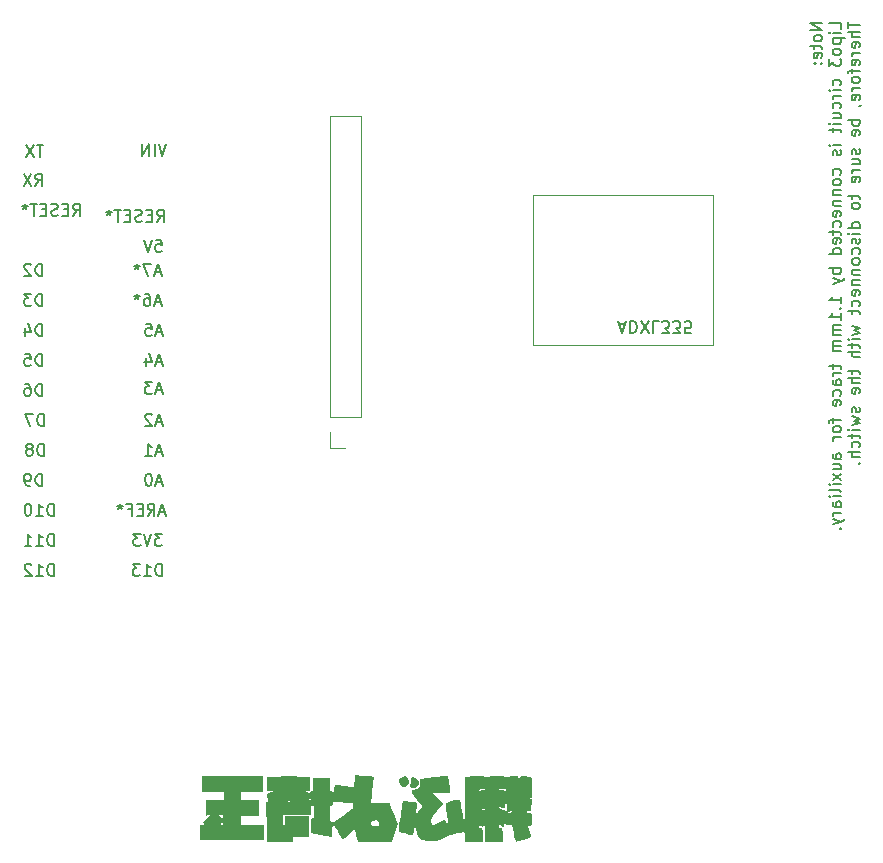
<source format=gbr>
%TF.GenerationSoftware,KiCad,Pcbnew,(6.0.5)*%
%TF.CreationDate,2022-08-04T01:21:20+09:00*%
%TF.ProjectId,sc11bbm,73633131-6262-46d2-9e6b-696361645f70,rev?*%
%TF.SameCoordinates,PXca2b5f1PY459e440*%
%TF.FileFunction,Legend,Bot*%
%TF.FilePolarity,Positive*%
%FSLAX46Y46*%
G04 Gerber Fmt 4.6, Leading zero omitted, Abs format (unit mm)*
G04 Created by KiCad (PCBNEW (6.0.5)) date 2022-08-04 01:21:20*
%MOMM*%
%LPD*%
G01*
G04 APERTURE LIST*
%ADD10C,0.150000*%
%ADD11C,0.120000*%
G04 APERTURE END LIST*
D10*
X-17646762Y13957620D02*
X-17980096Y12957620D01*
X-18313429Y13957620D01*
X-18646762Y12957620D02*
X-18646762Y13957620D01*
X-19122953Y12957620D02*
X-19122953Y13957620D01*
X-19694381Y12957620D01*
X-19694381Y13957620D01*
X20702380Y-1333333D02*
X21178571Y-1333333D01*
X20607142Y-1047619D02*
X20940476Y-2047619D01*
X21273809Y-1047619D01*
X21607142Y-1047619D02*
X21607142Y-2047619D01*
X21845238Y-2047619D01*
X21988095Y-2000000D01*
X22083333Y-1904761D01*
X22130952Y-1809523D01*
X22178571Y-1619047D01*
X22178571Y-1476190D01*
X22130952Y-1285714D01*
X22083333Y-1190476D01*
X21988095Y-1095238D01*
X21845238Y-1047619D01*
X21607142Y-1047619D01*
X22511904Y-2047619D02*
X23178571Y-1047619D01*
X23178571Y-2047619D02*
X22511904Y-1047619D01*
X24035714Y-1047619D02*
X23559523Y-1047619D01*
X23559523Y-2047619D01*
X24273809Y-2047619D02*
X24892857Y-2047619D01*
X24559523Y-1666666D01*
X24702380Y-1666666D01*
X24797619Y-1619047D01*
X24845238Y-1571428D01*
X24892857Y-1476190D01*
X24892857Y-1238095D01*
X24845238Y-1142857D01*
X24797619Y-1095238D01*
X24702380Y-1047619D01*
X24416666Y-1047619D01*
X24321428Y-1095238D01*
X24273809Y-1142857D01*
X25226190Y-2047619D02*
X25845238Y-2047619D01*
X25511904Y-1666666D01*
X25654761Y-1666666D01*
X25750000Y-1619047D01*
X25797619Y-1571428D01*
X25845238Y-1476190D01*
X25845238Y-1238095D01*
X25797619Y-1142857D01*
X25750000Y-1095238D01*
X25654761Y-1047619D01*
X25369047Y-1047619D01*
X25273809Y-1095238D01*
X25226190Y-1142857D01*
X26750000Y-2047619D02*
X26273809Y-2047619D01*
X26226190Y-1571428D01*
X26273809Y-1619047D01*
X26369047Y-1666666D01*
X26607142Y-1666666D01*
X26702380Y-1619047D01*
X26750000Y-1571428D01*
X26797619Y-1476190D01*
X26797619Y-1238095D01*
X26750000Y-1142857D01*
X26702380Y-1095238D01*
X26607142Y-1047619D01*
X26369047Y-1047619D01*
X26273809Y-1095238D01*
X26226190Y-1142857D01*
X-28052096Y13821620D02*
X-28623524Y13821620D01*
X-28337810Y12821620D02*
X-28337810Y13821620D01*
X-28861620Y13821620D02*
X-29528286Y12821620D01*
X-29528286Y13821620D02*
X-28861620Y12821620D01*
X-28163905Y-4822380D02*
X-28163905Y-3822380D01*
X-28402000Y-3822380D01*
X-28544858Y-3870000D01*
X-28640096Y-3965238D01*
X-28687715Y-4060476D01*
X-28735334Y-4250952D01*
X-28735334Y-4393809D01*
X-28687715Y-4584285D01*
X-28640096Y-4679523D01*
X-28544858Y-4774761D01*
X-28402000Y-4822380D01*
X-28163905Y-4822380D01*
X-29640096Y-3822380D02*
X-29163905Y-3822380D01*
X-29116286Y-4298571D01*
X-29163905Y-4250952D01*
X-29259143Y-4203333D01*
X-29497239Y-4203333D01*
X-29592477Y-4250952D01*
X-29640096Y-4298571D01*
X-29687715Y-4393809D01*
X-29687715Y-4631904D01*
X-29640096Y-4727142D01*
X-29592477Y-4774761D01*
X-29497239Y-4822380D01*
X-29259143Y-4822380D01*
X-29163905Y-4774761D01*
X-29116286Y-4727142D01*
X-28163905Y-2282380D02*
X-28163905Y-1282380D01*
X-28402000Y-1282380D01*
X-28544858Y-1330000D01*
X-28640096Y-1425238D01*
X-28687715Y-1520476D01*
X-28735334Y-1710952D01*
X-28735334Y-1853809D01*
X-28687715Y-2044285D01*
X-28640096Y-2139523D01*
X-28544858Y-2234761D01*
X-28402000Y-2282380D01*
X-28163905Y-2282380D01*
X-29592477Y-1615714D02*
X-29592477Y-2282380D01*
X-29354381Y-1234761D02*
X-29116286Y-1949047D01*
X-29735334Y-1949047D01*
X-27179715Y-20062380D02*
X-27179715Y-19062380D01*
X-27417810Y-19062380D01*
X-27560667Y-19110000D01*
X-27655905Y-19205238D01*
X-27703524Y-19300476D01*
X-27751143Y-19490952D01*
X-27751143Y-19633809D01*
X-27703524Y-19824285D01*
X-27655905Y-19919523D01*
X-27560667Y-20014761D01*
X-27417810Y-20062380D01*
X-27179715Y-20062380D01*
X-28703524Y-20062380D02*
X-28132096Y-20062380D01*
X-28417810Y-20062380D02*
X-28417810Y-19062380D01*
X-28322572Y-19205238D01*
X-28227334Y-19300476D01*
X-28132096Y-19348095D01*
X-29655905Y-20062380D02*
X-29084477Y-20062380D01*
X-29370191Y-20062380D02*
X-29370191Y-19062380D01*
X-29274953Y-19205238D01*
X-29179715Y-19300476D01*
X-29084477Y-19348095D01*
X-28163905Y-7362380D02*
X-28163905Y-6362380D01*
X-28402000Y-6362380D01*
X-28544858Y-6410000D01*
X-28640096Y-6505238D01*
X-28687715Y-6600476D01*
X-28735334Y-6790952D01*
X-28735334Y-6933809D01*
X-28687715Y-7124285D01*
X-28640096Y-7219523D01*
X-28544858Y-7314761D01*
X-28402000Y-7362380D01*
X-28163905Y-7362380D01*
X-29592477Y-6362380D02*
X-29402000Y-6362380D01*
X-29306762Y-6410000D01*
X-29259143Y-6457619D01*
X-29163905Y-6600476D01*
X-29116286Y-6790952D01*
X-29116286Y-7171904D01*
X-29163905Y-7267142D01*
X-29211524Y-7314761D01*
X-29306762Y-7362380D01*
X-29497239Y-7362380D01*
X-29592477Y-7314761D01*
X-29640096Y-7267142D01*
X-29687715Y-7171904D01*
X-29687715Y-6933809D01*
X-29640096Y-6838571D01*
X-29592477Y-6790952D01*
X-29497239Y-6743333D01*
X-29306762Y-6743333D01*
X-29211524Y-6790952D01*
X-29163905Y-6838571D01*
X-29116286Y-6933809D01*
X-18551524Y5829620D02*
X-18075334Y5829620D01*
X-18027715Y5353429D01*
X-18075334Y5401048D01*
X-18170572Y5448667D01*
X-18408667Y5448667D01*
X-18503905Y5401048D01*
X-18551524Y5353429D01*
X-18599143Y5258191D01*
X-18599143Y5020096D01*
X-18551524Y4924858D01*
X-18503905Y4877239D01*
X-18408667Y4829620D01*
X-18170572Y4829620D01*
X-18075334Y4877239D01*
X-18027715Y4924858D01*
X-18884858Y5829620D02*
X-19218191Y4829620D01*
X-19551524Y5829620D01*
X-18027715Y-12156666D02*
X-18503905Y-12156666D01*
X-17932477Y-12442380D02*
X-18265810Y-11442380D01*
X-18599143Y-12442380D01*
X-19456286Y-12442380D02*
X-18884858Y-12442380D01*
X-19170572Y-12442380D02*
X-19170572Y-11442380D01*
X-19075334Y-11585238D01*
X-18980096Y-11680476D01*
X-18884858Y-11728095D01*
X-18027715Y-14696666D02*
X-18503905Y-14696666D01*
X-17932477Y-14982380D02*
X-18265810Y-13982380D01*
X-18599143Y-14982380D01*
X-19122953Y-13982380D02*
X-19218191Y-13982380D01*
X-19313429Y-14030000D01*
X-19361048Y-14077619D01*
X-19408667Y-14172857D01*
X-19456286Y-14363333D01*
X-19456286Y-14601428D01*
X-19408667Y-14791904D01*
X-19361048Y-14887142D01*
X-19313429Y-14934761D01*
X-19218191Y-14982380D01*
X-19122953Y-14982380D01*
X-19027715Y-14934761D01*
X-18980096Y-14887142D01*
X-18932477Y-14791904D01*
X-18884858Y-14601428D01*
X-18884858Y-14363333D01*
X-18932477Y-14172857D01*
X-18980096Y-14077619D01*
X-19027715Y-14030000D01*
X-19122953Y-13982380D01*
X-18027715Y-9616666D02*
X-18503905Y-9616666D01*
X-17932477Y-9902380D02*
X-18265810Y-8902380D01*
X-18599143Y-9902380D01*
X-18884858Y-8997619D02*
X-18932477Y-8950000D01*
X-19027715Y-8902380D01*
X-19265810Y-8902380D01*
X-19361048Y-8950000D01*
X-19408667Y-8997619D01*
X-19456286Y-9092857D01*
X-19456286Y-9188095D01*
X-19408667Y-9330952D01*
X-18837239Y-9902380D01*
X-19456286Y-9902380D01*
X-25544667Y7877620D02*
X-25211334Y8353810D01*
X-24973239Y7877620D02*
X-24973239Y8877620D01*
X-25354191Y8877620D01*
X-25449429Y8830000D01*
X-25497048Y8782381D01*
X-25544667Y8687143D01*
X-25544667Y8544286D01*
X-25497048Y8449048D01*
X-25449429Y8401429D01*
X-25354191Y8353810D01*
X-24973239Y8353810D01*
X-25973239Y8401429D02*
X-26306572Y8401429D01*
X-26449429Y7877620D02*
X-25973239Y7877620D01*
X-25973239Y8877620D01*
X-26449429Y8877620D01*
X-26830381Y7925239D02*
X-26973239Y7877620D01*
X-27211334Y7877620D01*
X-27306572Y7925239D01*
X-27354191Y7972858D01*
X-27401810Y8068096D01*
X-27401810Y8163334D01*
X-27354191Y8258572D01*
X-27306572Y8306191D01*
X-27211334Y8353810D01*
X-27020858Y8401429D01*
X-26925620Y8449048D01*
X-26878000Y8496667D01*
X-26830381Y8591905D01*
X-26830381Y8687143D01*
X-26878000Y8782381D01*
X-26925620Y8830000D01*
X-27020858Y8877620D01*
X-27258953Y8877620D01*
X-27401810Y8830000D01*
X-27830381Y8401429D02*
X-28163715Y8401429D01*
X-28306572Y7877620D02*
X-27830381Y7877620D01*
X-27830381Y8877620D01*
X-28306572Y8877620D01*
X-28592286Y8877620D02*
X-29163715Y8877620D01*
X-28878000Y7877620D02*
X-28878000Y8877620D01*
X-29639905Y8877620D02*
X-29639905Y8639524D01*
X-29401810Y8734762D02*
X-29639905Y8639524D01*
X-29878000Y8734762D01*
X-29497048Y8449048D02*
X-29639905Y8639524D01*
X-29782762Y8449048D01*
X-18035715Y-22602380D02*
X-18035715Y-21602380D01*
X-18273810Y-21602380D01*
X-18416667Y-21650000D01*
X-18511905Y-21745238D01*
X-18559524Y-21840476D01*
X-18607143Y-22030952D01*
X-18607143Y-22173809D01*
X-18559524Y-22364285D01*
X-18511905Y-22459523D01*
X-18416667Y-22554761D01*
X-18273810Y-22602380D01*
X-18035715Y-22602380D01*
X-19559524Y-22602380D02*
X-18988096Y-22602380D01*
X-19273810Y-22602380D02*
X-19273810Y-21602380D01*
X-19178572Y-21745238D01*
X-19083334Y-21840476D01*
X-18988096Y-21888095D01*
X-19892858Y-21602380D02*
X-20511905Y-21602380D01*
X-20178572Y-21983333D01*
X-20321429Y-21983333D01*
X-20416667Y-22030952D01*
X-20464286Y-22078571D01*
X-20511905Y-22173809D01*
X-20511905Y-22411904D01*
X-20464286Y-22507142D01*
X-20416667Y-22554761D01*
X-20321429Y-22602380D01*
X-20035715Y-22602380D01*
X-19940477Y-22554761D01*
X-19892858Y-22507142D01*
X-18011905Y-19062380D02*
X-18630953Y-19062380D01*
X-18297620Y-19443333D01*
X-18440477Y-19443333D01*
X-18535715Y-19490952D01*
X-18583334Y-19538571D01*
X-18630953Y-19633809D01*
X-18630953Y-19871904D01*
X-18583334Y-19967142D01*
X-18535715Y-20014761D01*
X-18440477Y-20062380D01*
X-18154762Y-20062380D01*
X-18059524Y-20014761D01*
X-18011905Y-19967142D01*
X-18916667Y-19062380D02*
X-19250000Y-20062380D01*
X-19583334Y-19062380D01*
X-19821429Y-19062380D02*
X-20440477Y-19062380D01*
X-20107143Y-19443333D01*
X-20250000Y-19443333D01*
X-20345239Y-19490952D01*
X-20392858Y-19538571D01*
X-20440477Y-19633809D01*
X-20440477Y-19871904D01*
X-20392858Y-19967142D01*
X-20345239Y-20014761D01*
X-20250000Y-20062380D01*
X-19964286Y-20062380D01*
X-19869048Y-20014761D01*
X-19821429Y-19967142D01*
X37842380Y24164405D02*
X36842380Y24164405D01*
X37842380Y23592977D01*
X36842380Y23592977D01*
X37842380Y22973929D02*
X37794761Y23069167D01*
X37747142Y23116786D01*
X37651904Y23164405D01*
X37366190Y23164405D01*
X37270952Y23116786D01*
X37223333Y23069167D01*
X37175714Y22973929D01*
X37175714Y22831072D01*
X37223333Y22735834D01*
X37270952Y22688215D01*
X37366190Y22640596D01*
X37651904Y22640596D01*
X37747142Y22688215D01*
X37794761Y22735834D01*
X37842380Y22831072D01*
X37842380Y22973929D01*
X37175714Y22354881D02*
X37175714Y21973929D01*
X36842380Y22212024D02*
X37699523Y22212024D01*
X37794761Y22164405D01*
X37842380Y22069167D01*
X37842380Y21973929D01*
X37794761Y21259643D02*
X37842380Y21354881D01*
X37842380Y21545358D01*
X37794761Y21640596D01*
X37699523Y21688215D01*
X37318571Y21688215D01*
X37223333Y21640596D01*
X37175714Y21545358D01*
X37175714Y21354881D01*
X37223333Y21259643D01*
X37318571Y21212024D01*
X37413809Y21212024D01*
X37509047Y21688215D01*
X37747142Y20783453D02*
X37794761Y20735834D01*
X37842380Y20783453D01*
X37794761Y20831072D01*
X37747142Y20783453D01*
X37842380Y20783453D01*
X37223333Y20783453D02*
X37270952Y20735834D01*
X37318571Y20783453D01*
X37270952Y20831072D01*
X37223333Y20783453D01*
X37318571Y20783453D01*
X39452380Y23688215D02*
X39452380Y24164405D01*
X38452380Y24164405D01*
X39452380Y23354881D02*
X38785714Y23354881D01*
X38452380Y23354881D02*
X38500000Y23402500D01*
X38547619Y23354881D01*
X38500000Y23307262D01*
X38452380Y23354881D01*
X38547619Y23354881D01*
X38785714Y22878691D02*
X39785714Y22878691D01*
X38833333Y22878691D02*
X38785714Y22783453D01*
X38785714Y22592977D01*
X38833333Y22497739D01*
X38880952Y22450120D01*
X38976190Y22402500D01*
X39261904Y22402500D01*
X39357142Y22450120D01*
X39404761Y22497739D01*
X39452380Y22592977D01*
X39452380Y22783453D01*
X39404761Y22878691D01*
X39452380Y21831072D02*
X39404761Y21926310D01*
X39357142Y21973929D01*
X39261904Y22021548D01*
X38976190Y22021548D01*
X38880952Y21973929D01*
X38833333Y21926310D01*
X38785714Y21831072D01*
X38785714Y21688215D01*
X38833333Y21592977D01*
X38880952Y21545358D01*
X38976190Y21497739D01*
X39261904Y21497739D01*
X39357142Y21545358D01*
X39404761Y21592977D01*
X39452380Y21688215D01*
X39452380Y21831072D01*
X38452380Y21164405D02*
X38452380Y20545358D01*
X38833333Y20878691D01*
X38833333Y20735834D01*
X38880952Y20640596D01*
X38928571Y20592977D01*
X39023809Y20545358D01*
X39261904Y20545358D01*
X39357142Y20592977D01*
X39404761Y20640596D01*
X39452380Y20735834D01*
X39452380Y21021548D01*
X39404761Y21116786D01*
X39357142Y21164405D01*
X39404761Y18926310D02*
X39452380Y19021548D01*
X39452380Y19212024D01*
X39404761Y19307262D01*
X39357142Y19354881D01*
X39261904Y19402500D01*
X38976190Y19402500D01*
X38880952Y19354881D01*
X38833333Y19307262D01*
X38785714Y19212024D01*
X38785714Y19021548D01*
X38833333Y18926310D01*
X39452380Y18497739D02*
X38785714Y18497739D01*
X38452380Y18497739D02*
X38500000Y18545358D01*
X38547619Y18497739D01*
X38500000Y18450120D01*
X38452380Y18497739D01*
X38547619Y18497739D01*
X39452380Y18021548D02*
X38785714Y18021548D01*
X38976190Y18021548D02*
X38880952Y17973929D01*
X38833333Y17926310D01*
X38785714Y17831072D01*
X38785714Y17735834D01*
X39404761Y16973929D02*
X39452380Y17069167D01*
X39452380Y17259643D01*
X39404761Y17354881D01*
X39357142Y17402500D01*
X39261904Y17450120D01*
X38976190Y17450120D01*
X38880952Y17402500D01*
X38833333Y17354881D01*
X38785714Y17259643D01*
X38785714Y17069167D01*
X38833333Y16973929D01*
X38785714Y16116786D02*
X39452380Y16116786D01*
X38785714Y16545358D02*
X39309523Y16545358D01*
X39404761Y16497739D01*
X39452380Y16402500D01*
X39452380Y16259643D01*
X39404761Y16164405D01*
X39357142Y16116786D01*
X39452380Y15640596D02*
X38785714Y15640596D01*
X38452380Y15640596D02*
X38500000Y15688215D01*
X38547619Y15640596D01*
X38500000Y15592977D01*
X38452380Y15640596D01*
X38547619Y15640596D01*
X38785714Y15307262D02*
X38785714Y14926310D01*
X38452380Y15164405D02*
X39309523Y15164405D01*
X39404761Y15116786D01*
X39452380Y15021548D01*
X39452380Y14926310D01*
X39452380Y13831072D02*
X38785714Y13831072D01*
X38452380Y13831072D02*
X38500000Y13878691D01*
X38547619Y13831072D01*
X38500000Y13783453D01*
X38452380Y13831072D01*
X38547619Y13831072D01*
X39404761Y13402500D02*
X39452380Y13307262D01*
X39452380Y13116786D01*
X39404761Y13021548D01*
X39309523Y12973929D01*
X39261904Y12973929D01*
X39166666Y13021548D01*
X39119047Y13116786D01*
X39119047Y13259643D01*
X39071428Y13354881D01*
X38976190Y13402500D01*
X38928571Y13402500D01*
X38833333Y13354881D01*
X38785714Y13259643D01*
X38785714Y13116786D01*
X38833333Y13021548D01*
X39404761Y11354881D02*
X39452380Y11450120D01*
X39452380Y11640596D01*
X39404761Y11735834D01*
X39357142Y11783453D01*
X39261904Y11831072D01*
X38976190Y11831072D01*
X38880952Y11783453D01*
X38833333Y11735834D01*
X38785714Y11640596D01*
X38785714Y11450120D01*
X38833333Y11354881D01*
X39452380Y10783453D02*
X39404761Y10878691D01*
X39357142Y10926310D01*
X39261904Y10973929D01*
X38976190Y10973929D01*
X38880952Y10926310D01*
X38833333Y10878691D01*
X38785714Y10783453D01*
X38785714Y10640596D01*
X38833333Y10545358D01*
X38880952Y10497739D01*
X38976190Y10450120D01*
X39261904Y10450120D01*
X39357142Y10497739D01*
X39404761Y10545358D01*
X39452380Y10640596D01*
X39452380Y10783453D01*
X38785714Y10021548D02*
X39452380Y10021548D01*
X38880952Y10021548D02*
X38833333Y9973929D01*
X38785714Y9878691D01*
X38785714Y9735834D01*
X38833333Y9640596D01*
X38928571Y9592977D01*
X39452380Y9592977D01*
X38785714Y9116786D02*
X39452380Y9116786D01*
X38880952Y9116786D02*
X38833333Y9069167D01*
X38785714Y8973929D01*
X38785714Y8831072D01*
X38833333Y8735834D01*
X38928571Y8688215D01*
X39452380Y8688215D01*
X39404761Y7831072D02*
X39452380Y7926310D01*
X39452380Y8116786D01*
X39404761Y8212024D01*
X39309523Y8259643D01*
X38928571Y8259643D01*
X38833333Y8212024D01*
X38785714Y8116786D01*
X38785714Y7926310D01*
X38833333Y7831072D01*
X38928571Y7783453D01*
X39023809Y7783453D01*
X39119047Y8259643D01*
X39404761Y6926310D02*
X39452380Y7021548D01*
X39452380Y7212024D01*
X39404761Y7307262D01*
X39357142Y7354881D01*
X39261904Y7402500D01*
X38976190Y7402500D01*
X38880952Y7354881D01*
X38833333Y7307262D01*
X38785714Y7212024D01*
X38785714Y7021548D01*
X38833333Y6926310D01*
X38785714Y6640596D02*
X38785714Y6259643D01*
X38452380Y6497739D02*
X39309523Y6497739D01*
X39404761Y6450120D01*
X39452380Y6354881D01*
X39452380Y6259643D01*
X39404761Y5545358D02*
X39452380Y5640596D01*
X39452380Y5831072D01*
X39404761Y5926310D01*
X39309523Y5973929D01*
X38928571Y5973929D01*
X38833333Y5926310D01*
X38785714Y5831072D01*
X38785714Y5640596D01*
X38833333Y5545358D01*
X38928571Y5497739D01*
X39023809Y5497739D01*
X39119047Y5973929D01*
X39452380Y4640596D02*
X38452380Y4640596D01*
X39404761Y4640596D02*
X39452380Y4735834D01*
X39452380Y4926310D01*
X39404761Y5021548D01*
X39357142Y5069167D01*
X39261904Y5116786D01*
X38976190Y5116786D01*
X38880952Y5069167D01*
X38833333Y5021548D01*
X38785714Y4926310D01*
X38785714Y4735834D01*
X38833333Y4640596D01*
X39452380Y3402500D02*
X38452380Y3402500D01*
X38833333Y3402500D02*
X38785714Y3307262D01*
X38785714Y3116786D01*
X38833333Y3021548D01*
X38880952Y2973929D01*
X38976190Y2926310D01*
X39261904Y2926310D01*
X39357142Y2973929D01*
X39404761Y3021548D01*
X39452380Y3116786D01*
X39452380Y3307262D01*
X39404761Y3402500D01*
X38785714Y2592977D02*
X39452380Y2354881D01*
X38785714Y2116786D02*
X39452380Y2354881D01*
X39690476Y2450120D01*
X39738095Y2497739D01*
X39785714Y2592977D01*
X39452380Y450120D02*
X39452380Y1021548D01*
X39452380Y735834D02*
X38452380Y735834D01*
X38595238Y831072D01*
X38690476Y926310D01*
X38738095Y1021548D01*
X39357142Y21548D02*
X39404761Y-26071D01*
X39452380Y21548D01*
X39404761Y69167D01*
X39357142Y21548D01*
X39452380Y21548D01*
X39452380Y-978452D02*
X39452380Y-407023D01*
X39452380Y-692738D02*
X38452380Y-692738D01*
X38595238Y-597499D01*
X38690476Y-502261D01*
X38738095Y-407023D01*
X39452380Y-1407023D02*
X38785714Y-1407023D01*
X38880952Y-1407023D02*
X38833333Y-1454642D01*
X38785714Y-1549880D01*
X38785714Y-1692738D01*
X38833333Y-1787976D01*
X38928571Y-1835595D01*
X39452380Y-1835595D01*
X38928571Y-1835595D02*
X38833333Y-1883214D01*
X38785714Y-1978452D01*
X38785714Y-2121309D01*
X38833333Y-2216547D01*
X38928571Y-2264166D01*
X39452380Y-2264166D01*
X39452380Y-2740357D02*
X38785714Y-2740357D01*
X38880952Y-2740357D02*
X38833333Y-2787976D01*
X38785714Y-2883214D01*
X38785714Y-3026071D01*
X38833333Y-3121309D01*
X38928571Y-3168928D01*
X39452380Y-3168928D01*
X38928571Y-3168928D02*
X38833333Y-3216547D01*
X38785714Y-3311785D01*
X38785714Y-3454642D01*
X38833333Y-3549880D01*
X38928571Y-3597499D01*
X39452380Y-3597499D01*
X38785714Y-4692738D02*
X38785714Y-5073690D01*
X38452380Y-4835595D02*
X39309523Y-4835595D01*
X39404761Y-4883214D01*
X39452380Y-4978452D01*
X39452380Y-5073690D01*
X39452380Y-5407023D02*
X38785714Y-5407023D01*
X38976190Y-5407023D02*
X38880952Y-5454642D01*
X38833333Y-5502261D01*
X38785714Y-5597499D01*
X38785714Y-5692738D01*
X39452380Y-6454642D02*
X38928571Y-6454642D01*
X38833333Y-6407023D01*
X38785714Y-6311785D01*
X38785714Y-6121309D01*
X38833333Y-6026071D01*
X39404761Y-6454642D02*
X39452380Y-6359404D01*
X39452380Y-6121309D01*
X39404761Y-6026071D01*
X39309523Y-5978452D01*
X39214285Y-5978452D01*
X39119047Y-6026071D01*
X39071428Y-6121309D01*
X39071428Y-6359404D01*
X39023809Y-6454642D01*
X39404761Y-7359404D02*
X39452380Y-7264166D01*
X39452380Y-7073690D01*
X39404761Y-6978452D01*
X39357142Y-6930833D01*
X39261904Y-6883214D01*
X38976190Y-6883214D01*
X38880952Y-6930833D01*
X38833333Y-6978452D01*
X38785714Y-7073690D01*
X38785714Y-7264166D01*
X38833333Y-7359404D01*
X39404761Y-8168928D02*
X39452380Y-8073690D01*
X39452380Y-7883214D01*
X39404761Y-7787976D01*
X39309523Y-7740357D01*
X38928571Y-7740357D01*
X38833333Y-7787976D01*
X38785714Y-7883214D01*
X38785714Y-8073690D01*
X38833333Y-8168928D01*
X38928571Y-8216547D01*
X39023809Y-8216547D01*
X39119047Y-7740357D01*
X38785714Y-9264166D02*
X38785714Y-9645119D01*
X39452380Y-9407023D02*
X38595238Y-9407023D01*
X38500000Y-9454642D01*
X38452380Y-9549880D01*
X38452380Y-9645119D01*
X39452380Y-10121309D02*
X39404761Y-10026071D01*
X39357142Y-9978452D01*
X39261904Y-9930833D01*
X38976190Y-9930833D01*
X38880952Y-9978452D01*
X38833333Y-10026071D01*
X38785714Y-10121309D01*
X38785714Y-10264166D01*
X38833333Y-10359404D01*
X38880952Y-10407023D01*
X38976190Y-10454642D01*
X39261904Y-10454642D01*
X39357142Y-10407023D01*
X39404761Y-10359404D01*
X39452380Y-10264166D01*
X39452380Y-10121309D01*
X39452380Y-10883214D02*
X38785714Y-10883214D01*
X38976190Y-10883214D02*
X38880952Y-10930833D01*
X38833333Y-10978452D01*
X38785714Y-11073690D01*
X38785714Y-11168928D01*
X39452380Y-12692738D02*
X38928571Y-12692738D01*
X38833333Y-12645119D01*
X38785714Y-12549880D01*
X38785714Y-12359404D01*
X38833333Y-12264166D01*
X39404761Y-12692738D02*
X39452380Y-12597499D01*
X39452380Y-12359404D01*
X39404761Y-12264166D01*
X39309523Y-12216547D01*
X39214285Y-12216547D01*
X39119047Y-12264166D01*
X39071428Y-12359404D01*
X39071428Y-12597499D01*
X39023809Y-12692738D01*
X38785714Y-13597499D02*
X39452380Y-13597499D01*
X38785714Y-13168928D02*
X39309523Y-13168928D01*
X39404761Y-13216547D01*
X39452380Y-13311785D01*
X39452380Y-13454642D01*
X39404761Y-13549880D01*
X39357142Y-13597499D01*
X39452380Y-13978452D02*
X38785714Y-14502261D01*
X38785714Y-13978452D02*
X39452380Y-14502261D01*
X39452380Y-14883214D02*
X38785714Y-14883214D01*
X38452380Y-14883214D02*
X38500000Y-14835595D01*
X38547619Y-14883214D01*
X38500000Y-14930833D01*
X38452380Y-14883214D01*
X38547619Y-14883214D01*
X39452380Y-15502261D02*
X39404761Y-15407023D01*
X39309523Y-15359404D01*
X38452380Y-15359404D01*
X39452380Y-15883214D02*
X38785714Y-15883214D01*
X38452380Y-15883214D02*
X38500000Y-15835595D01*
X38547619Y-15883214D01*
X38500000Y-15930833D01*
X38452380Y-15883214D01*
X38547619Y-15883214D01*
X39452380Y-16787976D02*
X38928571Y-16787976D01*
X38833333Y-16740357D01*
X38785714Y-16645119D01*
X38785714Y-16454642D01*
X38833333Y-16359404D01*
X39404761Y-16787976D02*
X39452380Y-16692738D01*
X39452380Y-16454642D01*
X39404761Y-16359404D01*
X39309523Y-16311785D01*
X39214285Y-16311785D01*
X39119047Y-16359404D01*
X39071428Y-16454642D01*
X39071428Y-16692738D01*
X39023809Y-16787976D01*
X39452380Y-17264166D02*
X38785714Y-17264166D01*
X38976190Y-17264166D02*
X38880952Y-17311785D01*
X38833333Y-17359404D01*
X38785714Y-17454642D01*
X38785714Y-17549880D01*
X38785714Y-17787976D02*
X39452380Y-18026071D01*
X38785714Y-18264166D02*
X39452380Y-18026071D01*
X39690476Y-17930833D01*
X39738095Y-17883214D01*
X39785714Y-17787976D01*
X39357142Y-18645119D02*
X39404761Y-18692738D01*
X39452380Y-18645119D01*
X39404761Y-18597499D01*
X39357142Y-18645119D01*
X39452380Y-18645119D01*
X40062380Y24307262D02*
X40062380Y23735834D01*
X41062380Y24021548D02*
X40062380Y24021548D01*
X41062380Y23402500D02*
X40062380Y23402500D01*
X41062380Y22973929D02*
X40538571Y22973929D01*
X40443333Y23021548D01*
X40395714Y23116786D01*
X40395714Y23259643D01*
X40443333Y23354881D01*
X40490952Y23402500D01*
X41014761Y22116786D02*
X41062380Y22212024D01*
X41062380Y22402500D01*
X41014761Y22497739D01*
X40919523Y22545358D01*
X40538571Y22545358D01*
X40443333Y22497739D01*
X40395714Y22402500D01*
X40395714Y22212024D01*
X40443333Y22116786D01*
X40538571Y22069167D01*
X40633809Y22069167D01*
X40729047Y22545358D01*
X41062380Y21640596D02*
X40395714Y21640596D01*
X40586190Y21640596D02*
X40490952Y21592977D01*
X40443333Y21545358D01*
X40395714Y21450120D01*
X40395714Y21354881D01*
X41014761Y20640596D02*
X41062380Y20735834D01*
X41062380Y20926310D01*
X41014761Y21021548D01*
X40919523Y21069167D01*
X40538571Y21069167D01*
X40443333Y21021548D01*
X40395714Y20926310D01*
X40395714Y20735834D01*
X40443333Y20640596D01*
X40538571Y20592977D01*
X40633809Y20592977D01*
X40729047Y21069167D01*
X40395714Y20307262D02*
X40395714Y19926310D01*
X41062380Y20164405D02*
X40205238Y20164405D01*
X40110000Y20116786D01*
X40062380Y20021548D01*
X40062380Y19926310D01*
X41062380Y19450120D02*
X41014761Y19545358D01*
X40967142Y19592977D01*
X40871904Y19640596D01*
X40586190Y19640596D01*
X40490952Y19592977D01*
X40443333Y19545358D01*
X40395714Y19450120D01*
X40395714Y19307262D01*
X40443333Y19212024D01*
X40490952Y19164405D01*
X40586190Y19116786D01*
X40871904Y19116786D01*
X40967142Y19164405D01*
X41014761Y19212024D01*
X41062380Y19307262D01*
X41062380Y19450120D01*
X41062380Y18688215D02*
X40395714Y18688215D01*
X40586190Y18688215D02*
X40490952Y18640596D01*
X40443333Y18592977D01*
X40395714Y18497739D01*
X40395714Y18402500D01*
X41014761Y17688215D02*
X41062380Y17783453D01*
X41062380Y17973929D01*
X41014761Y18069167D01*
X40919523Y18116786D01*
X40538571Y18116786D01*
X40443333Y18069167D01*
X40395714Y17973929D01*
X40395714Y17783453D01*
X40443333Y17688215D01*
X40538571Y17640596D01*
X40633809Y17640596D01*
X40729047Y18116786D01*
X41014761Y17164405D02*
X41062380Y17164405D01*
X41157619Y17212024D01*
X41205238Y17259643D01*
X41062380Y15973929D02*
X40062380Y15973929D01*
X40443333Y15973929D02*
X40395714Y15878691D01*
X40395714Y15688215D01*
X40443333Y15592977D01*
X40490952Y15545358D01*
X40586190Y15497739D01*
X40871904Y15497739D01*
X40967142Y15545358D01*
X41014761Y15592977D01*
X41062380Y15688215D01*
X41062380Y15878691D01*
X41014761Y15973929D01*
X41014761Y14688215D02*
X41062380Y14783453D01*
X41062380Y14973929D01*
X41014761Y15069167D01*
X40919523Y15116786D01*
X40538571Y15116786D01*
X40443333Y15069167D01*
X40395714Y14973929D01*
X40395714Y14783453D01*
X40443333Y14688215D01*
X40538571Y14640596D01*
X40633809Y14640596D01*
X40729047Y15116786D01*
X41014761Y13497739D02*
X41062380Y13402500D01*
X41062380Y13212024D01*
X41014761Y13116786D01*
X40919523Y13069167D01*
X40871904Y13069167D01*
X40776666Y13116786D01*
X40729047Y13212024D01*
X40729047Y13354881D01*
X40681428Y13450120D01*
X40586190Y13497739D01*
X40538571Y13497739D01*
X40443333Y13450120D01*
X40395714Y13354881D01*
X40395714Y13212024D01*
X40443333Y13116786D01*
X40395714Y12212024D02*
X41062380Y12212024D01*
X40395714Y12640596D02*
X40919523Y12640596D01*
X41014761Y12592977D01*
X41062380Y12497739D01*
X41062380Y12354881D01*
X41014761Y12259643D01*
X40967142Y12212024D01*
X41062380Y11735834D02*
X40395714Y11735834D01*
X40586190Y11735834D02*
X40490952Y11688215D01*
X40443333Y11640596D01*
X40395714Y11545358D01*
X40395714Y11450120D01*
X41014761Y10735834D02*
X41062380Y10831072D01*
X41062380Y11021548D01*
X41014761Y11116786D01*
X40919523Y11164405D01*
X40538571Y11164405D01*
X40443333Y11116786D01*
X40395714Y11021548D01*
X40395714Y10831072D01*
X40443333Y10735834D01*
X40538571Y10688215D01*
X40633809Y10688215D01*
X40729047Y11164405D01*
X40395714Y9640596D02*
X40395714Y9259643D01*
X40062380Y9497739D02*
X40919523Y9497739D01*
X41014761Y9450120D01*
X41062380Y9354881D01*
X41062380Y9259643D01*
X41062380Y8783453D02*
X41014761Y8878691D01*
X40967142Y8926310D01*
X40871904Y8973929D01*
X40586190Y8973929D01*
X40490952Y8926310D01*
X40443333Y8878691D01*
X40395714Y8783453D01*
X40395714Y8640596D01*
X40443333Y8545358D01*
X40490952Y8497739D01*
X40586190Y8450120D01*
X40871904Y8450120D01*
X40967142Y8497739D01*
X41014761Y8545358D01*
X41062380Y8640596D01*
X41062380Y8783453D01*
X41062380Y6831072D02*
X40062380Y6831072D01*
X41014761Y6831072D02*
X41062380Y6926310D01*
X41062380Y7116786D01*
X41014761Y7212024D01*
X40967142Y7259643D01*
X40871904Y7307262D01*
X40586190Y7307262D01*
X40490952Y7259643D01*
X40443333Y7212024D01*
X40395714Y7116786D01*
X40395714Y6926310D01*
X40443333Y6831072D01*
X41062380Y6354881D02*
X40395714Y6354881D01*
X40062380Y6354881D02*
X40110000Y6402500D01*
X40157619Y6354881D01*
X40110000Y6307262D01*
X40062380Y6354881D01*
X40157619Y6354881D01*
X41014761Y5926310D02*
X41062380Y5831072D01*
X41062380Y5640596D01*
X41014761Y5545358D01*
X40919523Y5497739D01*
X40871904Y5497739D01*
X40776666Y5545358D01*
X40729047Y5640596D01*
X40729047Y5783453D01*
X40681428Y5878691D01*
X40586190Y5926310D01*
X40538571Y5926310D01*
X40443333Y5878691D01*
X40395714Y5783453D01*
X40395714Y5640596D01*
X40443333Y5545358D01*
X41014761Y4640596D02*
X41062380Y4735834D01*
X41062380Y4926310D01*
X41014761Y5021548D01*
X40967142Y5069167D01*
X40871904Y5116786D01*
X40586190Y5116786D01*
X40490952Y5069167D01*
X40443333Y5021548D01*
X40395714Y4926310D01*
X40395714Y4735834D01*
X40443333Y4640596D01*
X41062380Y4069167D02*
X41014761Y4164405D01*
X40967142Y4212024D01*
X40871904Y4259643D01*
X40586190Y4259643D01*
X40490952Y4212024D01*
X40443333Y4164405D01*
X40395714Y4069167D01*
X40395714Y3926310D01*
X40443333Y3831072D01*
X40490952Y3783453D01*
X40586190Y3735834D01*
X40871904Y3735834D01*
X40967142Y3783453D01*
X41014761Y3831072D01*
X41062380Y3926310D01*
X41062380Y4069167D01*
X40395714Y3307262D02*
X41062380Y3307262D01*
X40490952Y3307262D02*
X40443333Y3259643D01*
X40395714Y3164405D01*
X40395714Y3021548D01*
X40443333Y2926310D01*
X40538571Y2878691D01*
X41062380Y2878691D01*
X40395714Y2402500D02*
X41062380Y2402500D01*
X40490952Y2402500D02*
X40443333Y2354881D01*
X40395714Y2259643D01*
X40395714Y2116786D01*
X40443333Y2021548D01*
X40538571Y1973929D01*
X41062380Y1973929D01*
X41014761Y1116786D02*
X41062380Y1212024D01*
X41062380Y1402500D01*
X41014761Y1497739D01*
X40919523Y1545358D01*
X40538571Y1545358D01*
X40443333Y1497739D01*
X40395714Y1402500D01*
X40395714Y1212024D01*
X40443333Y1116786D01*
X40538571Y1069167D01*
X40633809Y1069167D01*
X40729047Y1545358D01*
X41014761Y212024D02*
X41062380Y307262D01*
X41062380Y497739D01*
X41014761Y592977D01*
X40967142Y640596D01*
X40871904Y688215D01*
X40586190Y688215D01*
X40490952Y640596D01*
X40443333Y592977D01*
X40395714Y497739D01*
X40395714Y307262D01*
X40443333Y212024D01*
X40395714Y-73690D02*
X40395714Y-454642D01*
X40062380Y-216547D02*
X40919523Y-216547D01*
X41014761Y-264166D01*
X41062380Y-359404D01*
X41062380Y-454642D01*
X40395714Y-1454642D02*
X41062380Y-1645119D01*
X40586190Y-1835595D01*
X41062380Y-2026071D01*
X40395714Y-2216547D01*
X41062380Y-2597499D02*
X40395714Y-2597499D01*
X40062380Y-2597499D02*
X40110000Y-2549880D01*
X40157619Y-2597499D01*
X40110000Y-2645119D01*
X40062380Y-2597499D01*
X40157619Y-2597499D01*
X40395714Y-2930833D02*
X40395714Y-3311785D01*
X40062380Y-3073690D02*
X40919523Y-3073690D01*
X41014761Y-3121309D01*
X41062380Y-3216547D01*
X41062380Y-3311785D01*
X41062380Y-3645119D02*
X40062380Y-3645119D01*
X41062380Y-4073690D02*
X40538571Y-4073690D01*
X40443333Y-4026071D01*
X40395714Y-3930833D01*
X40395714Y-3787976D01*
X40443333Y-3692738D01*
X40490952Y-3645119D01*
X40395714Y-5168928D02*
X40395714Y-5549880D01*
X40062380Y-5311785D02*
X40919523Y-5311785D01*
X41014761Y-5359404D01*
X41062380Y-5454642D01*
X41062380Y-5549880D01*
X41062380Y-5883214D02*
X40062380Y-5883214D01*
X41062380Y-6311785D02*
X40538571Y-6311785D01*
X40443333Y-6264166D01*
X40395714Y-6168928D01*
X40395714Y-6026071D01*
X40443333Y-5930833D01*
X40490952Y-5883214D01*
X41014761Y-7168928D02*
X41062380Y-7073690D01*
X41062380Y-6883214D01*
X41014761Y-6787976D01*
X40919523Y-6740357D01*
X40538571Y-6740357D01*
X40443333Y-6787976D01*
X40395714Y-6883214D01*
X40395714Y-7073690D01*
X40443333Y-7168928D01*
X40538571Y-7216547D01*
X40633809Y-7216547D01*
X40729047Y-6740357D01*
X41014761Y-8359404D02*
X41062380Y-8454642D01*
X41062380Y-8645119D01*
X41014761Y-8740357D01*
X40919523Y-8787976D01*
X40871904Y-8787976D01*
X40776666Y-8740357D01*
X40729047Y-8645119D01*
X40729047Y-8502261D01*
X40681428Y-8407023D01*
X40586190Y-8359404D01*
X40538571Y-8359404D01*
X40443333Y-8407023D01*
X40395714Y-8502261D01*
X40395714Y-8645119D01*
X40443333Y-8740357D01*
X40395714Y-9121309D02*
X41062380Y-9311785D01*
X40586190Y-9502261D01*
X41062380Y-9692738D01*
X40395714Y-9883214D01*
X41062380Y-10264166D02*
X40395714Y-10264166D01*
X40062380Y-10264166D02*
X40110000Y-10216547D01*
X40157619Y-10264166D01*
X40110000Y-10311785D01*
X40062380Y-10264166D01*
X40157619Y-10264166D01*
X40395714Y-10597499D02*
X40395714Y-10978452D01*
X40062380Y-10740357D02*
X40919523Y-10740357D01*
X41014761Y-10787976D01*
X41062380Y-10883214D01*
X41062380Y-10978452D01*
X41014761Y-11740357D02*
X41062380Y-11645119D01*
X41062380Y-11454642D01*
X41014761Y-11359404D01*
X40967142Y-11311785D01*
X40871904Y-11264166D01*
X40586190Y-11264166D01*
X40490952Y-11311785D01*
X40443333Y-11359404D01*
X40395714Y-11454642D01*
X40395714Y-11645119D01*
X40443333Y-11740357D01*
X41062380Y-12168928D02*
X40062380Y-12168928D01*
X41062380Y-12597499D02*
X40538571Y-12597499D01*
X40443333Y-12549880D01*
X40395714Y-12454642D01*
X40395714Y-12311785D01*
X40443333Y-12216547D01*
X40490952Y-12168928D01*
X40967142Y-13073690D02*
X41014761Y-13121309D01*
X41062380Y-13073690D01*
X41014761Y-13026071D01*
X40967142Y-13073690D01*
X41062380Y-13073690D01*
X-18154762Y543334D02*
X-18630953Y543334D01*
X-18059524Y257620D02*
X-18392858Y1257620D01*
X-18726191Y257620D01*
X-19488096Y1257620D02*
X-19297620Y1257620D01*
X-19202381Y1210000D01*
X-19154762Y1162381D01*
X-19059524Y1019524D01*
X-19011905Y829048D01*
X-19011905Y448096D01*
X-19059524Y352858D01*
X-19107143Y305239D01*
X-19202381Y257620D01*
X-19392858Y257620D01*
X-19488096Y305239D01*
X-19535715Y352858D01*
X-19583334Y448096D01*
X-19583334Y686191D01*
X-19535715Y781429D01*
X-19488096Y829048D01*
X-19392858Y876667D01*
X-19202381Y876667D01*
X-19107143Y829048D01*
X-19059524Y781429D01*
X-19011905Y686191D01*
X-20154762Y1257620D02*
X-20154762Y1019524D01*
X-19916667Y1114762D02*
X-20154762Y1019524D01*
X-20392858Y1114762D01*
X-20011905Y829048D02*
X-20154762Y1019524D01*
X-20297620Y829048D01*
X-28735334Y10417620D02*
X-28402000Y10893810D01*
X-28163905Y10417620D02*
X-28163905Y11417620D01*
X-28544858Y11417620D01*
X-28640096Y11370000D01*
X-28687715Y11322381D01*
X-28735334Y11227143D01*
X-28735334Y11084286D01*
X-28687715Y10989048D01*
X-28640096Y10941429D01*
X-28544858Y10893810D01*
X-28163905Y10893810D01*
X-29068667Y11417620D02*
X-29735334Y10417620D01*
X-29735334Y11417620D02*
X-29068667Y10417620D01*
X-28163905Y257620D02*
X-28163905Y1257620D01*
X-28402000Y1257620D01*
X-28544858Y1210000D01*
X-28640096Y1114762D01*
X-28687715Y1019524D01*
X-28735334Y829048D01*
X-28735334Y686191D01*
X-28687715Y495715D01*
X-28640096Y400477D01*
X-28544858Y305239D01*
X-28402000Y257620D01*
X-28163905Y257620D01*
X-29068667Y1257620D02*
X-29687715Y1257620D01*
X-29354381Y876667D01*
X-29497239Y876667D01*
X-29592477Y829048D01*
X-29640096Y781429D01*
X-29687715Y686191D01*
X-29687715Y448096D01*
X-29640096Y352858D01*
X-29592477Y305239D01*
X-29497239Y257620D01*
X-29211524Y257620D01*
X-29116286Y305239D01*
X-29068667Y352858D01*
X-18035715Y-6916666D02*
X-18511905Y-6916666D01*
X-17940477Y-7202380D02*
X-18273810Y-6202380D01*
X-18607143Y-7202380D01*
X-18845239Y-6202380D02*
X-19464286Y-6202380D01*
X-19130953Y-6583333D01*
X-19273810Y-6583333D01*
X-19369048Y-6630952D01*
X-19416667Y-6678571D01*
X-19464286Y-6773809D01*
X-19464286Y-7011904D01*
X-19416667Y-7107142D01*
X-19369048Y-7154761D01*
X-19273810Y-7202380D01*
X-18988096Y-7202380D01*
X-18892858Y-7154761D01*
X-18845239Y-7107142D01*
X-18027715Y-1996666D02*
X-18503905Y-1996666D01*
X-17932477Y-2282380D02*
X-18265810Y-1282380D01*
X-18599143Y-2282380D01*
X-19408667Y-1282380D02*
X-18932477Y-1282380D01*
X-18884858Y-1758571D01*
X-18932477Y-1710952D01*
X-19027715Y-1663333D01*
X-19265810Y-1663333D01*
X-19361048Y-1710952D01*
X-19408667Y-1758571D01*
X-19456286Y-1853809D01*
X-19456286Y-2091904D01*
X-19408667Y-2187142D01*
X-19361048Y-2234761D01*
X-19265810Y-2282380D01*
X-19027715Y-2282380D01*
X-18932477Y-2234761D01*
X-18884858Y-2187142D01*
X-28163905Y-14982380D02*
X-28163905Y-13982380D01*
X-28402000Y-13982380D01*
X-28544858Y-14030000D01*
X-28640096Y-14125238D01*
X-28687715Y-14220476D01*
X-28735334Y-14410952D01*
X-28735334Y-14553809D01*
X-28687715Y-14744285D01*
X-28640096Y-14839523D01*
X-28544858Y-14934761D01*
X-28402000Y-14982380D01*
X-28163905Y-14982380D01*
X-29211524Y-14982380D02*
X-29402000Y-14982380D01*
X-29497239Y-14934761D01*
X-29544858Y-14887142D01*
X-29640096Y-14744285D01*
X-29687715Y-14553809D01*
X-29687715Y-14172857D01*
X-29640096Y-14077619D01*
X-29592477Y-14030000D01*
X-29497239Y-13982380D01*
X-29306762Y-13982380D01*
X-29211524Y-14030000D01*
X-29163905Y-14077619D01*
X-29116286Y-14172857D01*
X-29116286Y-14410952D01*
X-29163905Y-14506190D01*
X-29211524Y-14553809D01*
X-29306762Y-14601428D01*
X-29497239Y-14601428D01*
X-29592477Y-14553809D01*
X-29640096Y-14506190D01*
X-29687715Y-14410952D01*
X-28163905Y2797620D02*
X-28163905Y3797620D01*
X-28402000Y3797620D01*
X-28544858Y3750000D01*
X-28640096Y3654762D01*
X-28687715Y3559524D01*
X-28735334Y3369048D01*
X-28735334Y3226191D01*
X-28687715Y3035715D01*
X-28640096Y2940477D01*
X-28544858Y2845239D01*
X-28402000Y2797620D01*
X-28163905Y2797620D01*
X-29116286Y3702381D02*
X-29163905Y3750000D01*
X-29259143Y3797620D01*
X-29497239Y3797620D01*
X-29592477Y3750000D01*
X-29640096Y3702381D01*
X-29687715Y3607143D01*
X-29687715Y3511905D01*
X-29640096Y3369048D01*
X-29068667Y2797620D01*
X-29687715Y2797620D01*
X-18027715Y-4536666D02*
X-18503905Y-4536666D01*
X-17932477Y-4822380D02*
X-18265810Y-3822380D01*
X-18599143Y-4822380D01*
X-19361048Y-4155714D02*
X-19361048Y-4822380D01*
X-19122953Y-3774761D02*
X-18884858Y-4489047D01*
X-19503905Y-4489047D01*
X-27179715Y-17522380D02*
X-27179715Y-16522380D01*
X-27417810Y-16522380D01*
X-27560667Y-16570000D01*
X-27655905Y-16665238D01*
X-27703524Y-16760476D01*
X-27751143Y-16950952D01*
X-27751143Y-17093809D01*
X-27703524Y-17284285D01*
X-27655905Y-17379523D01*
X-27560667Y-17474761D01*
X-27417810Y-17522380D01*
X-27179715Y-17522380D01*
X-28703524Y-17522380D02*
X-28132096Y-17522380D01*
X-28417810Y-17522380D02*
X-28417810Y-16522380D01*
X-28322572Y-16665238D01*
X-28227334Y-16760476D01*
X-28132096Y-16808095D01*
X-29322572Y-16522380D02*
X-29417810Y-16522380D01*
X-29513048Y-16570000D01*
X-29560667Y-16617619D01*
X-29608286Y-16712857D01*
X-29655905Y-16903333D01*
X-29655905Y-17141428D01*
X-29608286Y-17331904D01*
X-29560667Y-17427142D01*
X-29513048Y-17474761D01*
X-29417810Y-17522380D01*
X-29322572Y-17522380D01*
X-29227334Y-17474761D01*
X-29179715Y-17427142D01*
X-29132096Y-17331904D01*
X-29084477Y-17141428D01*
X-29084477Y-16903333D01*
X-29132096Y-16712857D01*
X-29179715Y-16617619D01*
X-29227334Y-16570000D01*
X-29322572Y-16522380D01*
X-17758000Y-17236666D02*
X-18234191Y-17236666D01*
X-17662762Y-17522380D02*
X-17996096Y-16522380D01*
X-18329429Y-17522380D01*
X-19234191Y-17522380D02*
X-18900858Y-17046190D01*
X-18662762Y-17522380D02*
X-18662762Y-16522380D01*
X-19043715Y-16522380D01*
X-19138953Y-16570000D01*
X-19186572Y-16617619D01*
X-19234191Y-16712857D01*
X-19234191Y-16855714D01*
X-19186572Y-16950952D01*
X-19138953Y-16998571D01*
X-19043715Y-17046190D01*
X-18662762Y-17046190D01*
X-19662762Y-16998571D02*
X-19996096Y-16998571D01*
X-20138953Y-17522380D02*
X-19662762Y-17522380D01*
X-19662762Y-16522380D01*
X-20138953Y-16522380D01*
X-20900858Y-16998571D02*
X-20567524Y-16998571D01*
X-20567524Y-17522380D02*
X-20567524Y-16522380D01*
X-21043715Y-16522380D01*
X-21567524Y-16522380D02*
X-21567524Y-16760476D01*
X-21329429Y-16665238D02*
X-21567524Y-16760476D01*
X-21805620Y-16665238D01*
X-21424667Y-16950952D02*
X-21567524Y-16760476D01*
X-21710381Y-16950952D01*
X-18154762Y3083334D02*
X-18630953Y3083334D01*
X-18059524Y2797620D02*
X-18392858Y3797620D01*
X-18726191Y2797620D01*
X-18964286Y3797620D02*
X-19630953Y3797620D01*
X-19202381Y2797620D01*
X-20154762Y3797620D02*
X-20154762Y3559524D01*
X-19916667Y3654762D02*
X-20154762Y3559524D01*
X-20392858Y3654762D01*
X-20011905Y3369048D02*
X-20154762Y3559524D01*
X-20297620Y3369048D01*
X-28011905Y-12442380D02*
X-28011905Y-11442380D01*
X-28250000Y-11442380D01*
X-28392858Y-11490000D01*
X-28488096Y-11585238D01*
X-28535715Y-11680476D01*
X-28583334Y-11870952D01*
X-28583334Y-12013809D01*
X-28535715Y-12204285D01*
X-28488096Y-12299523D01*
X-28392858Y-12394761D01*
X-28250000Y-12442380D01*
X-28011905Y-12442380D01*
X-29154762Y-11870952D02*
X-29059524Y-11823333D01*
X-29011905Y-11775714D01*
X-28964286Y-11680476D01*
X-28964286Y-11632857D01*
X-29011905Y-11537619D01*
X-29059524Y-11490000D01*
X-29154762Y-11442380D01*
X-29345239Y-11442380D01*
X-29440477Y-11490000D01*
X-29488096Y-11537619D01*
X-29535715Y-11632857D01*
X-29535715Y-11680476D01*
X-29488096Y-11775714D01*
X-29440477Y-11823333D01*
X-29345239Y-11870952D01*
X-29154762Y-11870952D01*
X-29059524Y-11918571D01*
X-29011905Y-11966190D01*
X-28964286Y-12061428D01*
X-28964286Y-12251904D01*
X-29011905Y-12347142D01*
X-29059524Y-12394761D01*
X-29154762Y-12442380D01*
X-29345239Y-12442380D01*
X-29440477Y-12394761D01*
X-29488096Y-12347142D01*
X-29535715Y-12251904D01*
X-29535715Y-12061428D01*
X-29488096Y-11966190D01*
X-29440477Y-11918571D01*
X-29345239Y-11870952D01*
X-18432667Y7369620D02*
X-18099334Y7845810D01*
X-17861239Y7369620D02*
X-17861239Y8369620D01*
X-18242191Y8369620D01*
X-18337429Y8322000D01*
X-18385048Y8274381D01*
X-18432667Y8179143D01*
X-18432667Y8036286D01*
X-18385048Y7941048D01*
X-18337429Y7893429D01*
X-18242191Y7845810D01*
X-17861239Y7845810D01*
X-18861239Y7893429D02*
X-19194572Y7893429D01*
X-19337429Y7369620D02*
X-18861239Y7369620D01*
X-18861239Y8369620D01*
X-19337429Y8369620D01*
X-19718381Y7417239D02*
X-19861239Y7369620D01*
X-20099334Y7369620D01*
X-20194572Y7417239D01*
X-20242191Y7464858D01*
X-20289810Y7560096D01*
X-20289810Y7655334D01*
X-20242191Y7750572D01*
X-20194572Y7798191D01*
X-20099334Y7845810D01*
X-19908858Y7893429D01*
X-19813620Y7941048D01*
X-19766000Y7988667D01*
X-19718381Y8083905D01*
X-19718381Y8179143D01*
X-19766000Y8274381D01*
X-19813620Y8322000D01*
X-19908858Y8369620D01*
X-20146953Y8369620D01*
X-20289810Y8322000D01*
X-20718381Y7893429D02*
X-21051715Y7893429D01*
X-21194572Y7369620D02*
X-20718381Y7369620D01*
X-20718381Y8369620D01*
X-21194572Y8369620D01*
X-21480286Y8369620D02*
X-22051715Y8369620D01*
X-21766000Y7369620D02*
X-21766000Y8369620D01*
X-22527905Y8369620D02*
X-22527905Y8131524D01*
X-22289810Y8226762D02*
X-22527905Y8131524D01*
X-22766000Y8226762D01*
X-22385048Y7941048D02*
X-22527905Y8131524D01*
X-22670762Y7941048D01*
X-28011905Y-9902380D02*
X-28011905Y-8902380D01*
X-28250000Y-8902380D01*
X-28392858Y-8950000D01*
X-28488096Y-9045238D01*
X-28535715Y-9140476D01*
X-28583334Y-9330952D01*
X-28583334Y-9473809D01*
X-28535715Y-9664285D01*
X-28488096Y-9759523D01*
X-28392858Y-9854761D01*
X-28250000Y-9902380D01*
X-28011905Y-9902380D01*
X-28916667Y-8902380D02*
X-29583334Y-8902380D01*
X-29154762Y-9902380D01*
X-27179715Y-22602380D02*
X-27179715Y-21602380D01*
X-27417810Y-21602380D01*
X-27560667Y-21650000D01*
X-27655905Y-21745238D01*
X-27703524Y-21840476D01*
X-27751143Y-22030952D01*
X-27751143Y-22173809D01*
X-27703524Y-22364285D01*
X-27655905Y-22459523D01*
X-27560667Y-22554761D01*
X-27417810Y-22602380D01*
X-27179715Y-22602380D01*
X-28703524Y-22602380D02*
X-28132096Y-22602380D01*
X-28417810Y-22602380D02*
X-28417810Y-21602380D01*
X-28322572Y-21745238D01*
X-28227334Y-21840476D01*
X-28132096Y-21888095D01*
X-29084477Y-21697619D02*
X-29132096Y-21650000D01*
X-29227334Y-21602380D01*
X-29465429Y-21602380D01*
X-29560667Y-21650000D01*
X-29608286Y-21697619D01*
X-29655905Y-21792857D01*
X-29655905Y-21888095D01*
X-29608286Y-22030952D01*
X-29036858Y-22602380D01*
X-29655905Y-22602380D01*
D11*
%TO.C,REF\u002A\u002A*%
X-3830001Y-9180000D02*
X-1170001Y-9180000D01*
X-3830001Y-10450000D02*
X-3830001Y-11780000D01*
X-3830001Y-11780000D02*
X-2500001Y-11780000D01*
X-3830001Y-9180000D02*
X-3830001Y16280000D01*
X-3830001Y16280000D02*
X-1170001Y16280000D01*
X-1170001Y-9180000D02*
X-1170001Y16280000D01*
%TO.C,G1*%
G36*
X13292113Y-41475028D02*
G01*
X13253421Y-42566666D01*
X13030261Y-42548945D01*
X13000867Y-42546933D01*
X12860929Y-42557804D01*
X12841931Y-42600000D01*
X12834902Y-42615611D01*
X12842755Y-42629604D01*
X12943951Y-42687010D01*
X13113671Y-42721016D01*
X13216720Y-42733190D01*
X13319993Y-42772048D01*
X13325741Y-42843135D01*
X13307794Y-42938358D01*
X13292659Y-43132623D01*
X13286842Y-43372119D01*
X13286783Y-43425959D01*
X13281853Y-43635017D01*
X13260727Y-43746859D01*
X13211863Y-43791760D01*
X13123719Y-43800000D01*
X12960595Y-43800000D01*
X13120828Y-44269865D01*
X13155652Y-44369586D01*
X13216630Y-44547966D01*
X13235691Y-44667343D01*
X13196095Y-44748639D01*
X13081100Y-44812771D01*
X12873964Y-44880660D01*
X12557945Y-44973226D01*
X12500790Y-44990121D01*
X12258962Y-45059100D01*
X12071800Y-45108586D01*
X11975881Y-45128801D01*
X11968547Y-45127158D01*
X11921293Y-45047283D01*
X11869810Y-44867791D01*
X11822481Y-44616666D01*
X11777645Y-44321340D01*
X11734495Y-44056081D01*
X11695691Y-43885114D01*
X11650864Y-43787897D01*
X11589641Y-43743889D01*
X11501654Y-43732548D01*
X11376531Y-43733333D01*
X11246527Y-43731965D01*
X11129340Y-43710431D01*
X11083855Y-43637907D01*
X11072271Y-43483333D01*
X11066709Y-43364333D01*
X11056035Y-43320586D01*
X11034676Y-43390698D01*
X10996028Y-43583333D01*
X10952126Y-43780096D01*
X10899943Y-43902809D01*
X10835776Y-43916280D01*
X10746842Y-43833333D01*
X10744112Y-43830086D01*
X10623081Y-43743271D01*
X10521873Y-43757084D01*
X10479474Y-43866666D01*
X10515541Y-43968750D01*
X10646579Y-44000000D01*
X10726859Y-44005056D01*
X10776522Y-44037853D01*
X10802357Y-44124788D01*
X10812150Y-44292260D01*
X10813684Y-44566666D01*
X10813684Y-45133333D01*
X9343158Y-45133333D01*
X9337129Y-44283333D01*
X9333555Y-43983990D01*
X9325726Y-43743526D01*
X9312823Y-43616026D01*
X9293614Y-43590467D01*
X9266864Y-43655822D01*
X9261130Y-43674755D01*
X9194402Y-43811715D01*
X9122497Y-43845551D01*
X8956274Y-43779364D01*
X8853060Y-43751935D01*
X8814313Y-43778189D01*
X8808421Y-43859534D01*
X8808431Y-43862336D01*
X8845661Y-43969870D01*
X8975526Y-44000000D01*
X9055807Y-44005056D01*
X9105469Y-44037853D01*
X9131305Y-44124788D01*
X9141097Y-44292260D01*
X9142631Y-44566666D01*
X9142631Y-45133333D01*
X7672105Y-45133333D01*
X7672105Y-44733333D01*
X7672008Y-44557339D01*
X7657558Y-44427721D01*
X7605124Y-44359139D01*
X7491031Y-44340403D01*
X7291605Y-44360321D01*
X6983169Y-44407704D01*
X6788787Y-44445384D01*
X6358172Y-44579339D01*
X5867471Y-44797477D01*
X5232368Y-45112878D01*
X4597368Y-45054045D01*
X4440228Y-45038933D01*
X4179047Y-45011149D01*
X3984036Y-44986899D01*
X3888704Y-44970149D01*
X3868178Y-44952446D01*
X3795417Y-44836433D01*
X3697453Y-44638803D01*
X3589556Y-44389210D01*
X3364071Y-43833333D01*
X3311068Y-44195671D01*
X3288168Y-44343616D01*
X3259187Y-44505338D01*
X3240902Y-44575127D01*
X3238216Y-44576367D01*
X3153721Y-44567002D01*
X2981032Y-44531071D01*
X2755715Y-44477620D01*
X2513334Y-44415696D01*
X2289456Y-44354344D01*
X2119647Y-44302610D01*
X2039471Y-44269542D01*
X2034421Y-44253576D01*
X2035619Y-44131907D01*
X2054032Y-43913760D01*
X2086140Y-43624234D01*
X2128425Y-43288423D01*
X2177368Y-42931423D01*
X2229450Y-42578329D01*
X2281153Y-42254238D01*
X2328956Y-41984246D01*
X2369343Y-41793447D01*
X2398792Y-41706938D01*
X2407954Y-41701492D01*
X2515785Y-41692801D01*
X2708046Y-41703003D01*
X2946908Y-41727656D01*
X3194539Y-41762317D01*
X3413108Y-41802541D01*
X3564784Y-41843885D01*
X3576084Y-41849829D01*
X3605438Y-41915811D01*
X3597398Y-42062658D01*
X3551293Y-42313743D01*
X3551104Y-42314643D01*
X3507618Y-42538646D01*
X3482241Y-42703982D01*
X3480462Y-42774913D01*
X3481401Y-42775508D01*
X3531781Y-42733631D01*
X3630475Y-42617730D01*
X3751854Y-42461740D01*
X3870287Y-42299598D01*
X3960142Y-42165240D01*
X3995789Y-42092601D01*
X3979904Y-42063077D01*
X3892815Y-41949359D01*
X3746805Y-41775196D01*
X3561316Y-41564232D01*
X3334648Y-41294477D01*
X3170147Y-41046616D01*
X3114898Y-40871520D01*
X3168463Y-40767617D01*
X3330407Y-40733333D01*
X3489023Y-40703663D01*
X3706158Y-40561598D01*
X3803948Y-40447346D01*
X3853419Y-40307762D01*
X3846190Y-40105326D01*
X3814034Y-39820790D01*
X4984011Y-39675551D01*
X5316565Y-39635272D01*
X5654448Y-39596698D01*
X5924706Y-39568466D01*
X6105687Y-39552819D01*
X6175737Y-39552003D01*
X6183984Y-39581419D01*
X6209671Y-39715013D01*
X6246122Y-39925866D01*
X6287973Y-40180472D01*
X6329860Y-40445319D01*
X6366421Y-40686901D01*
X6392290Y-40871706D01*
X6402105Y-40966227D01*
X6352022Y-40978330D01*
X6192879Y-40989567D01*
X5950610Y-40997191D01*
X5651924Y-41000000D01*
X4901743Y-41000000D01*
X5794937Y-41900000D01*
X5261753Y-42533333D01*
X5114988Y-42708666D01*
X4939192Y-42926653D01*
X4829909Y-43081540D01*
X4773956Y-43196516D01*
X4758148Y-43294770D01*
X4769300Y-43399492D01*
X4781019Y-43462833D01*
X4829730Y-43635630D01*
X4903766Y-43720828D01*
X5023663Y-43720499D01*
X5209955Y-43636716D01*
X5483177Y-43471553D01*
X5510412Y-43454416D01*
X5713553Y-43335354D01*
X5869298Y-43258747D01*
X5945824Y-43240491D01*
X5977226Y-43286796D01*
X6039874Y-43431742D01*
X6110569Y-43634796D01*
X6162786Y-43790858D01*
X6217564Y-43931059D01*
X6247408Y-43976513D01*
X6249174Y-43956686D01*
X6240167Y-43829626D01*
X6216528Y-43605631D01*
X6180836Y-43308155D01*
X6135672Y-42960655D01*
X6113011Y-42791096D01*
X6069105Y-42456068D01*
X6033786Y-42177694D01*
X6010210Y-41981127D01*
X6001532Y-41891519D01*
X6004493Y-41882001D01*
X6088075Y-41827561D01*
X6260207Y-41762631D01*
X6485187Y-41696122D01*
X6727315Y-41636945D01*
X6950888Y-41594010D01*
X7120207Y-41576227D01*
X7199568Y-41592507D01*
X7221908Y-41672656D01*
X7261387Y-41863696D01*
X7313543Y-42143104D01*
X7374279Y-42488907D01*
X7439498Y-42879129D01*
X7638684Y-44100000D01*
X7650207Y-42631480D01*
X11252197Y-42631480D01*
X11264765Y-42653745D01*
X11398553Y-42661980D01*
X11415284Y-42662144D01*
X11557440Y-42644087D01*
X11615789Y-42600000D01*
X11601699Y-42561448D01*
X11499924Y-42543110D01*
X11315000Y-42600000D01*
X11252197Y-42631480D01*
X7650207Y-42631480D01*
X7653192Y-42251094D01*
X8881198Y-42251094D01*
X8912210Y-42308759D01*
X9045513Y-42389298D01*
X9109428Y-42417280D01*
X9256643Y-42459738D01*
X9323731Y-42418100D01*
X9335404Y-42283333D01*
X9334696Y-42268560D01*
X9325084Y-42207755D01*
X10490935Y-42207755D01*
X10516237Y-42257805D01*
X10554988Y-42282740D01*
X10556299Y-42283333D01*
X10699941Y-42348323D01*
X10897237Y-42420425D01*
X11214737Y-42525240D01*
X11214737Y-42000177D01*
X11215753Y-41774432D01*
X11225037Y-41600883D01*
X11252194Y-41507868D01*
X11306830Y-41466529D01*
X11398553Y-41448008D01*
X11511821Y-41430385D01*
X11512924Y-41424144D01*
X11383580Y-41427118D01*
X11331792Y-41429825D01*
X11229636Y-41458906D01*
X11172607Y-41547989D01*
X11130771Y-41733333D01*
X11102956Y-41888542D01*
X11059888Y-42112676D01*
X11021925Y-42239678D01*
X10974932Y-42291957D01*
X10904776Y-42291923D01*
X10797319Y-42261985D01*
X10795995Y-42261607D01*
X10583230Y-42209008D01*
X10490935Y-42207755D01*
X9325084Y-42207755D01*
X9320596Y-42179361D01*
X9297082Y-42216666D01*
X9288358Y-42249811D01*
X9258069Y-42317159D01*
X9192594Y-42320219D01*
X9046720Y-42268316D01*
X8952236Y-42240655D01*
X8881198Y-42251094D01*
X7653192Y-42251094D01*
X7656273Y-41858527D01*
X7673863Y-39617054D01*
X8424958Y-39584244D01*
X8692081Y-39574523D01*
X8955176Y-39569459D01*
X9142897Y-39571113D01*
X9226184Y-39579651D01*
X9232566Y-39587543D01*
X9254837Y-39691411D01*
X9270437Y-39885970D01*
X9276316Y-40137267D01*
X9276316Y-40666666D01*
X9042368Y-40666666D01*
X8993311Y-40666911D01*
X8866279Y-40683032D01*
X8818694Y-40753082D01*
X8814449Y-40916666D01*
X8820478Y-41166666D01*
X8884339Y-40945627D01*
X8912031Y-40866666D01*
X10479474Y-40866666D01*
X10479476Y-40868819D01*
X10489410Y-41008625D01*
X10512895Y-41066666D01*
X10535302Y-41021423D01*
X10546316Y-40892430D01*
X10548233Y-40822778D01*
X10575319Y-40755154D01*
X10663091Y-40740382D01*
X10847105Y-40763181D01*
X11147895Y-40808169D01*
X11147895Y-40542973D01*
X11149143Y-40487432D01*
X11168913Y-40329805D01*
X11205098Y-40255555D01*
X11216816Y-40241300D01*
X11217940Y-40135451D01*
X11178686Y-39966666D01*
X11095070Y-39700000D01*
X11088061Y-40183333D01*
X11081053Y-40666666D01*
X10780263Y-40666666D01*
X10666787Y-40667797D01*
X10538538Y-40685434D01*
X10488193Y-40743683D01*
X10479474Y-40866666D01*
X8912031Y-40866666D01*
X8924911Y-40829939D01*
X8998915Y-40750899D01*
X9128968Y-40745627D01*
X9309737Y-40766666D01*
X9328931Y-40191461D01*
X9348125Y-39616257D01*
X10164457Y-39584710D01*
X10171113Y-39584455D01*
X10492158Y-39577246D01*
X10766550Y-39580429D01*
X10965348Y-39593053D01*
X11059615Y-39614165D01*
X11103834Y-39631566D01*
X11272616Y-39637099D01*
X11523076Y-39604250D01*
X11575859Y-39594542D01*
X11841439Y-39549985D01*
X12007796Y-39541087D01*
X12102571Y-39576680D01*
X12153408Y-39665596D01*
X12187951Y-39816666D01*
X12242462Y-40100000D01*
X12268102Y-39866666D01*
X12270708Y-39844732D01*
X12303631Y-39677737D01*
X12344888Y-39580901D01*
X12348481Y-39578101D01*
X12446747Y-39565206D01*
X12635065Y-39575647D01*
X12876185Y-39607556D01*
X12969360Y-39623136D01*
X13178190Y-39663688D01*
X13287598Y-39702692D01*
X13322502Y-39752798D01*
X13307821Y-39826655D01*
X13293837Y-39904797D01*
X13280563Y-40102687D01*
X13279918Y-40135451D01*
X13275229Y-40373775D01*
X13279004Y-40683333D01*
X13298701Y-41400000D01*
X13042114Y-41411206D01*
X12785526Y-41422413D01*
X12802192Y-41424144D01*
X13038820Y-41448721D01*
X13292113Y-41475028D01*
G37*
G36*
X2705492Y-39661467D02*
G01*
X2843769Y-39790409D01*
X2913045Y-39967855D01*
X2892734Y-40169165D01*
X2762249Y-40369696D01*
X2730393Y-40400585D01*
X2569675Y-40511789D01*
X2418288Y-40509295D01*
X2233488Y-40395161D01*
X2122557Y-40270605D01*
X2053646Y-40066518D01*
X2080848Y-39862827D01*
X2205925Y-39703780D01*
X2304277Y-39647661D01*
X2518799Y-39605671D01*
X2705492Y-39661467D01*
G37*
G36*
X-9372632Y-43733333D02*
G01*
X-9372632Y-45000000D01*
X-14786842Y-45000000D01*
X-14786842Y-43733333D01*
X-14571902Y-43733333D01*
X-14430740Y-43727815D01*
X-14418716Y-43713330D01*
X-13078920Y-43713330D01*
X-12984457Y-43733333D01*
X-12932031Y-43728380D01*
X-12865874Y-43669883D01*
X-12849445Y-43516666D01*
X-12855355Y-43402759D01*
X-12882556Y-43366125D01*
X-12944217Y-43435272D01*
X-13053538Y-43616666D01*
X-13062015Y-43631871D01*
X-13078920Y-43713330D01*
X-14418716Y-43713330D01*
X-14404641Y-43696373D01*
X-14475041Y-43616666D01*
X-14503470Y-43587224D01*
X-14538524Y-43525259D01*
X-14515545Y-43454205D01*
X-14420337Y-43347828D01*
X-14238706Y-43179894D01*
X-14116399Y-43068972D01*
X-13992176Y-42950336D01*
X-13953818Y-42894097D01*
X-13960368Y-42892332D01*
X-13182632Y-42892332D01*
X-13133854Y-42942287D01*
X-13015526Y-43027202D01*
X-12907955Y-43092440D01*
X-12857283Y-43090326D01*
X-12848421Y-43001536D01*
X-12884765Y-42897653D01*
X-13015526Y-42866666D01*
X-13125253Y-42873015D01*
X-13182632Y-42892332D01*
X-13960368Y-42892332D01*
X-13993079Y-42883517D01*
X-14101711Y-42901858D01*
X-14318947Y-42943927D01*
X-14318947Y-41600000D01*
X-12781579Y-41600000D01*
X-12781579Y-40933333D01*
X-14653158Y-40933333D01*
X-14653158Y-39600000D01*
X-9506316Y-39600000D01*
X-9506316Y-40933333D01*
X-11311053Y-40933333D01*
X-11311053Y-41600000D01*
X-9840526Y-41600000D01*
X-9840526Y-42933333D01*
X-11311053Y-42933333D01*
X-11311053Y-43733333D01*
X-9372632Y-43733333D01*
G37*
G36*
X1698303Y-44387570D02*
G01*
X1427707Y-45133333D01*
X-1464370Y-45133333D01*
X-1584742Y-44561241D01*
X-1705115Y-43989150D01*
X-2194813Y-44474302D01*
X-2348984Y-44622428D01*
X-2533193Y-44785673D01*
X-2667878Y-44888323D01*
X-2731395Y-44912694D01*
X-2770217Y-44858531D01*
X-2866073Y-44708947D01*
X-3000639Y-44491124D01*
X-3158007Y-44230503D01*
X-3537736Y-43595072D01*
X-3583693Y-44144693D01*
X-3591303Y-44233656D01*
X-3613496Y-44471034D01*
X-3632075Y-44639172D01*
X-3643641Y-44706226D01*
X-3649481Y-44706569D01*
X-3746740Y-44693099D01*
X-3944399Y-44659425D01*
X-4218052Y-44609826D01*
X-4543290Y-44548577D01*
X-5428947Y-44379016D01*
X-5428947Y-43756174D01*
X-5427323Y-43488032D01*
X-5418500Y-43295455D01*
X-5397116Y-43188767D01*
X-5357821Y-43143036D01*
X-5295263Y-43133333D01*
X-5260016Y-43131370D01*
X-5206866Y-43104594D01*
X-5177225Y-43024987D01*
X-5164370Y-42865729D01*
X-5161579Y-42600000D01*
X-5162071Y-42459382D01*
X-5168783Y-42247339D01*
X-5188737Y-42129085D01*
X-5228656Y-42077801D01*
X-5295263Y-42066666D01*
X-5354474Y-42074020D01*
X-5402642Y-42122540D01*
X-5424070Y-42243258D01*
X-5428947Y-42466666D01*
X-5428947Y-42866666D01*
X-7768421Y-42866666D01*
X-7768421Y-43403934D01*
X-7768394Y-43423576D01*
X-7759911Y-43698793D01*
X-7737197Y-43860885D01*
X-7701579Y-43900000D01*
X-7700436Y-43899228D01*
X-7675133Y-43833333D01*
X-6698947Y-43833333D01*
X-6665526Y-43866666D01*
X-6632105Y-43833333D01*
X-6665526Y-43800000D01*
X-6698947Y-43833333D01*
X-7675133Y-43833333D01*
X-7667296Y-43812925D01*
X-7643716Y-43632541D01*
X-7634737Y-43396065D01*
X-7634737Y-42933333D01*
X-5562632Y-42933333D01*
X-5562632Y-44733333D01*
X-6899474Y-44733333D01*
X-6899474Y-45133333D01*
X-9105263Y-45133333D01*
X-9105263Y-44033333D01*
X-9105632Y-43892000D01*
X-9111910Y-43487645D01*
X-9125488Y-43186388D01*
X-9145757Y-42998270D01*
X-9172105Y-42933333D01*
X-9183162Y-42926687D01*
X-9212529Y-42825908D01*
X-9231936Y-42620828D01*
X-9238947Y-42333333D01*
X-9237787Y-42111404D01*
X-9229755Y-41908082D01*
X-9209308Y-41794148D01*
X-9170983Y-41744324D01*
X-9109320Y-41733333D01*
X-9054118Y-41730626D01*
X-9014033Y-41701068D01*
X-9014400Y-41698006D01*
X-7401800Y-41698006D01*
X-7376936Y-41722906D01*
X-7233684Y-41729278D01*
X-7113402Y-41725793D01*
X-7080460Y-41713298D01*
X-5597341Y-41713298D01*
X-5531562Y-41733333D01*
X-5462535Y-41698794D01*
X-5428947Y-41555555D01*
X-5429296Y-41508000D01*
X-5439986Y-41418126D01*
X-5477088Y-41442119D01*
X-5555929Y-41583333D01*
X-5579112Y-41630027D01*
X-5595770Y-41706121D01*
X-5597341Y-41713298D01*
X-7080460Y-41713298D01*
X-7061539Y-41706121D01*
X-7116711Y-41661326D01*
X-7189064Y-41631827D01*
X-7350658Y-41661326D01*
X-7401800Y-41698006D01*
X-9014400Y-41698006D01*
X-9024734Y-41611715D01*
X-9083417Y-41429720D01*
X-9114739Y-41328061D01*
X-9148287Y-41164588D01*
X-9141057Y-41079720D01*
X-9110646Y-41061288D01*
X-8975807Y-41011396D01*
X-8782619Y-40957919D01*
X-8470263Y-40882505D01*
X-8787763Y-40874586D01*
X-9105263Y-40866666D01*
X-9105263Y-39666666D01*
X-8537105Y-39666666D01*
X-8463879Y-39666212D01*
X-8204603Y-39655457D01*
X-8031783Y-39632466D01*
X-7968947Y-39600000D01*
X-7950115Y-39582662D01*
X-7822070Y-39556404D01*
X-7588361Y-39539387D01*
X-7267105Y-39533333D01*
X-7084583Y-39535122D01*
X-6808149Y-39547284D01*
X-6629004Y-39569484D01*
X-6565263Y-39600000D01*
X-6563481Y-39605963D01*
X-6481432Y-39637583D01*
X-6295341Y-39658869D01*
X-6030526Y-39666666D01*
X-5495790Y-39666666D01*
X-5495790Y-40866666D01*
X-5707456Y-40866666D01*
X-5805497Y-40868968D01*
X-5883361Y-40884617D01*
X-5829940Y-40913894D01*
X-5646184Y-40955423D01*
X-5580250Y-40966331D01*
X-5461944Y-40962002D01*
X-5428947Y-40898333D01*
X-5406450Y-40842697D01*
X-5301584Y-40800000D01*
X-5265203Y-40797757D01*
X-5217753Y-40770572D01*
X-5195914Y-40690826D01*
X-5195137Y-40531772D01*
X-5210872Y-40266666D01*
X-5247524Y-39733333D01*
X-3824737Y-39733333D01*
X-3824737Y-40266666D01*
X-3824245Y-40407284D01*
X-3817533Y-40619327D01*
X-3797579Y-40737581D01*
X-3757660Y-40788865D01*
X-3691053Y-40800000D01*
X-3631432Y-40808447D01*
X-3591198Y-40851263D01*
X-3568924Y-40953194D01*
X-3559387Y-41138973D01*
X-3557369Y-41433333D01*
X-3558141Y-41555555D01*
X-3559152Y-41715786D01*
X-3568189Y-41906396D01*
X-3589705Y-42011923D01*
X-3628919Y-42057103D01*
X-3691053Y-42066666D01*
X-3750673Y-42075114D01*
X-3790907Y-42117930D01*
X-3813182Y-42219861D01*
X-3822718Y-42405640D01*
X-3824737Y-42700000D01*
X-3822620Y-42863738D01*
X-3810268Y-43105326D01*
X-3789339Y-43271506D01*
X-3762669Y-43333333D01*
X-3706745Y-43352871D01*
X-3597785Y-43435879D01*
X-3593045Y-43440475D01*
X-3543563Y-43469684D01*
X-3474757Y-43465176D01*
X-3465220Y-43460856D01*
X-303834Y-43460856D01*
X-301627Y-43616836D01*
X-294854Y-43649712D01*
X-253220Y-43748905D01*
X-161481Y-43791151D01*
X21972Y-43800000D01*
X153202Y-43795040D01*
X289035Y-43758806D01*
X349906Y-43676058D01*
X350811Y-43673191D01*
X364716Y-43485727D01*
X267699Y-43372028D01*
X61664Y-43334354D01*
X-38613Y-43337206D01*
X-222681Y-43372714D01*
X-303834Y-43460856D01*
X-3465220Y-43460856D01*
X-3369316Y-43417412D01*
X-3209930Y-43316856D01*
X-2979290Y-43153968D01*
X-2660084Y-42919213D01*
X-2618942Y-42888677D01*
X-2310810Y-42657319D01*
X-2093875Y-42486098D01*
X-1952349Y-42359387D01*
X-1870443Y-42261559D01*
X-1832368Y-42176987D01*
X-1822337Y-42090046D01*
X-1819474Y-41880092D01*
X-3493694Y-41783780D01*
X-3449554Y-41075223D01*
X-3434061Y-40844862D01*
X-3413856Y-40591364D01*
X-3395824Y-40413627D01*
X-3382578Y-40340334D01*
X-3332733Y-40337265D01*
X-3177495Y-40347788D01*
X-2948704Y-40370418D01*
X-2678585Y-40401419D01*
X-2399365Y-40437054D01*
X-2143269Y-40473589D01*
X-1942523Y-40507286D01*
X-1868762Y-40518919D01*
X-1806454Y-40505617D01*
X-1768471Y-40436849D01*
X-1742626Y-40286846D01*
X-1716732Y-40029839D01*
X-1668681Y-39518413D01*
X-891841Y-39566135D01*
X-598532Y-39585175D01*
X-343337Y-39603814D01*
X-167762Y-39619034D01*
X-98730Y-39628711D01*
X-98563Y-39669336D01*
X-109840Y-39823128D01*
X-132316Y-40070698D01*
X-163966Y-40390042D01*
X-202764Y-40759157D01*
X-232167Y-41043755D01*
X-262906Y-41377173D01*
X-283182Y-41644216D01*
X-291378Y-41822858D01*
X-285876Y-41891071D01*
X-228720Y-41894111D01*
X-61358Y-41890851D01*
X186657Y-41880978D01*
X486579Y-41865445D01*
X741093Y-41851919D01*
X995259Y-41840826D01*
X1171896Y-41836007D01*
X1243055Y-41838461D01*
X1250011Y-41850394D01*
X1297477Y-41957799D01*
X1380535Y-42158082D01*
X1489973Y-42428827D01*
X1616583Y-42747616D01*
X1907402Y-43485727D01*
X1968898Y-43641808D01*
X1698303Y-44387570D01*
G37*
G36*
X3376540Y-39694502D02*
G01*
X3564354Y-39830303D01*
X3575172Y-39841343D01*
X3703335Y-40051568D01*
X3710316Y-40269646D01*
X3594737Y-40466666D01*
X3530978Y-40519434D01*
X3361975Y-40591748D01*
X3192004Y-40598906D01*
X3053791Y-40549363D01*
X2980062Y-40451568D01*
X3003544Y-40313976D01*
X3043147Y-40156783D01*
X3038885Y-39962723D01*
X3032749Y-39869258D01*
X3085209Y-39720413D01*
X3208316Y-39660017D01*
X3376540Y-39694502D01*
G37*
%TO.C,U8*%
X28619999Y-3100000D02*
X28619999Y9600000D01*
X13379999Y9600000D02*
X13379999Y-3100000D01*
X13379999Y-3100000D02*
X28619999Y-3100000D01*
X28619999Y9600000D02*
X13379999Y9600000D01*
%TD*%
M02*

</source>
